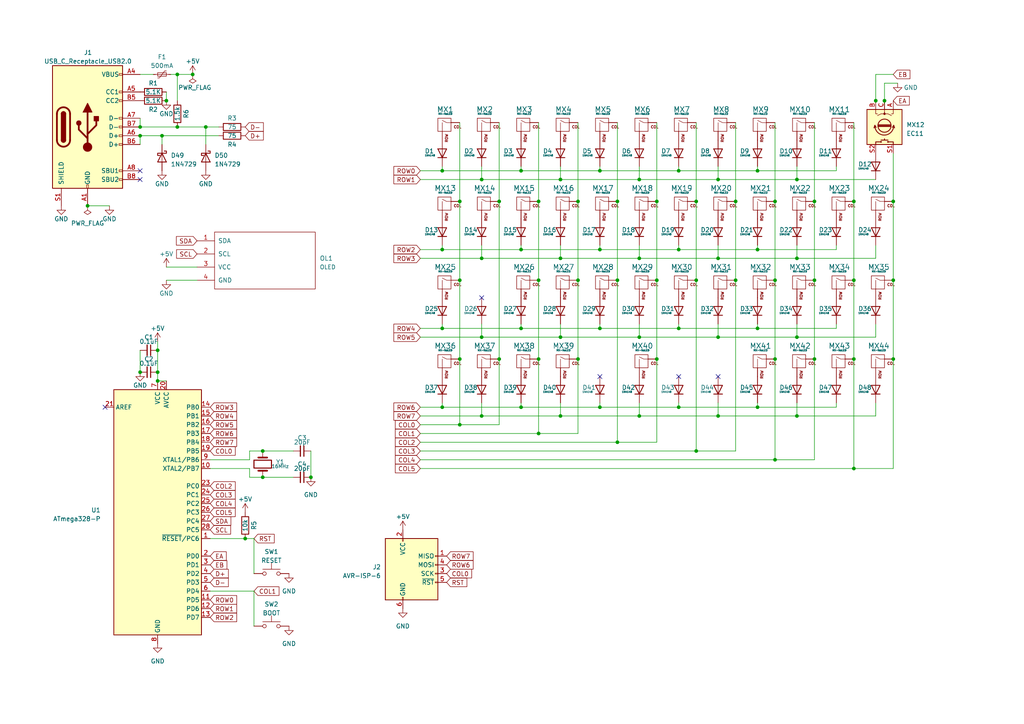
<source format=kicad_sch>
(kicad_sch (version 20211123) (generator eeschema)
  (paper "A4")
  (title_block (title "0xCB - STATIC") (date "2021-05-11") (rev "1.0") (company "0xCB") (comment 1 "Conor Burns"))
  (junction (at 156.21 125.73) (diameter 0.9144))
  (junction (at 173.99 72.39) (diameter 0.9144))
  (junction (at 185.42 52.07) (diameter 0.9144))
  (junction (at 162.56 120.65) (diameter 0.9144))
  (junction (at 208.28 97.79) (diameter 0.9144))
  (junction (at 133.35 58.42) (diameter 0.9144))
  (junction (at 167.64 58.42) (diameter 0.9144))
  (junction (at 224.79 81.28) (diameter 0.9144))
  (junction (at 45.72 101.6) (diameter 0.9144))
  (junction (at 59.69 36.83) (diameter 0.9144))
  (junction (at 133.35 81.28) (diameter 0.9144))
  (junction (at 190.5 81.28) (diameter 0.9144))
  (junction (at 236.22 104.14) (diameter 0.9144))
  (junction (at 133.35 104.14) (diameter 0.9144))
  (junction (at 162.56 52.07) (diameter 0.9144))
  (junction (at 144.78 104.14) (diameter 0.9144))
  (junction (at 247.65 135.89) (diameter 0.9144))
  (junction (at 259.08 81.28) (diameter 0.9144))
  (junction (at 167.64 81.28) (diameter 0.9144))
  (junction (at 76.2 130.81) (diameter 0.9144))
  (junction (at 185.42 97.79) (diameter 0.9144))
  (junction (at 219.71 72.39) (diameter 0.9144))
  (junction (at 151.13 118.11) (diameter 0.9144))
  (junction (at 196.85 72.39) (diameter 0.9144))
  (junction (at 259.08 58.42) (diameter 0.9144))
  (junction (at 196.85 49.53) (diameter 0.9144))
  (junction (at 173.99 49.53) (diameter 0.9144))
  (junction (at 71.12 156.21) (diameter 0.9144))
  (junction (at 139.7 120.65) (diameter 0.9144))
  (junction (at 219.71 49.53) (diameter 0.9144))
  (junction (at 128.27 49.53) (diameter 0.9144))
  (junction (at 144.78 58.42) (diameter 0.9144))
  (junction (at 259.08 104.14) (diameter 0.9144))
  (junction (at 179.07 58.42) (diameter 0.9144))
  (junction (at 190.5 104.14) (diameter 0.9144))
  (junction (at 201.93 81.28) (diameter 0.9144))
  (junction (at 40.64 36.83) (diameter 0.9144))
  (junction (at 156.21 58.42) (diameter 0.9144))
  (junction (at 173.99 118.11) (diameter 0.9144))
  (junction (at 213.36 58.42) (diameter 0.9144))
  (junction (at 76.2 138.43) (diameter 0.9144))
  (junction (at 151.13 49.53) (diameter 0.9144))
  (junction (at 128.27 95.25) (diameter 0.9144))
  (junction (at 256.54 29.21) (diameter 0.9144))
  (junction (at 40.64 107.95) (diameter 0.9144))
  (junction (at 46.99 39.37) (diameter 0.9144))
  (junction (at 236.22 81.28) (diameter 0.9144))
  (junction (at 139.7 74.93) (diameter 0.9144))
  (junction (at 247.65 58.42) (diameter 0.9144))
  (junction (at 201.93 130.81) (diameter 0.9144))
  (junction (at 208.28 74.93) (diameter 0.9144))
  (junction (at 196.85 118.11) (diameter 0.9144))
  (junction (at 224.79 104.14) (diameter 0.9144))
  (junction (at 231.14 52.07) (diameter 0.9144))
  (junction (at 167.64 104.14) (diameter 0.9144))
  (junction (at 139.7 97.79) (diameter 0.9144))
  (junction (at 185.42 74.93) (diameter 0.9144))
  (junction (at 254 29.21) (diameter 0.9144))
  (junction (at 156.21 81.28) (diameter 0.9144))
  (junction (at 247.65 104.14) (diameter 0.9144))
  (junction (at 201.93 58.42) (diameter 0.9144))
  (junction (at 173.99 95.25) (diameter 0.9144))
  (junction (at 219.71 118.11) (diameter 0.9144))
  (junction (at 139.7 52.07) (diameter 0.9144))
  (junction (at 179.07 128.27) (diameter 0.9144))
  (junction (at 51.435 36.83) (diameter 0.9144))
  (junction (at 231.14 120.65) (diameter 0.9144))
  (junction (at 208.28 52.07) (diameter 0.9144))
  (junction (at 236.22 58.42) (diameter 0.9144))
  (junction (at 162.56 74.93) (diameter 0.9144))
  (junction (at 151.13 72.39) (diameter 0.9144))
  (junction (at 40.64 39.37) (diameter 0.9144))
  (junction (at 128.27 72.39) (diameter 0.9144))
  (junction (at 219.71 95.25) (diameter 0.9144))
  (junction (at 213.36 81.28) (diameter 0.9144))
  (junction (at 133.35 123.19) (diameter 0.9144))
  (junction (at 208.28 120.65) (diameter 0.9144))
  (junction (at 179.07 81.28) (diameter 0.9144))
  (junction (at 90.17 138.43) (diameter 0.9144))
  (junction (at 51.435 21.59) (diameter 0.9144))
  (junction (at 151.13 95.25) (diameter 0.9144))
  (junction (at 185.42 120.65) (diameter 0.9144))
  (junction (at 247.65 81.28) (diameter 0.9144))
  (junction (at 231.14 97.79) (diameter 0.9144))
  (junction (at 45.72 107.95) (diameter 0.9144))
  (junction (at 231.14 74.93) (diameter 0.9144))
  (junction (at 224.79 58.42) (diameter 0.9144))
  (junction (at 128.27 118.11) (diameter 0.9144))
  (junction (at 156.21 104.14) (diameter 0.9144))
  (junction (at 45.72 110.49) (diameter 0.9144))
  (junction (at 224.79 133.35) (diameter 0.9144))
  (junction (at 48.26 29.21) (diameter 0.9144))
  (junction (at 190.5 58.42) (diameter 0.9144))
  (junction (at 55.88 21.59) (diameter 0.9144))
  (junction (at 25.4 59.69) (diameter 0.9144))
  (junction (at 162.56 97.79) (diameter 0.9144))
  (junction (at 196.85 95.25) (diameter 0.9144))
  (no_connect (at 40.64 49.53))
  (no_connect (at 40.64 52.07))
  (no_connect (at 30.48 118.11))
  (no_connect (at 139.7 86.36))
  (no_connect (at 173.99 109.22))
  (no_connect (at 196.85 109.22))
  (no_connect (at 208.28 109.22))
  (wire (pts (xy 185.42 116.84) (xy 185.42 120.65)))
  (wire (pts (xy 162.56 48.26) (xy 162.56 52.07)))
  (wire (pts (xy 254 21.59) (xy 254 29.21)))
  (wire (pts (xy 254 21.59) (xy 259.08 21.59)))
  (wire (pts (xy 121.92 130.81) (xy 201.93 130.81)))
  (wire (pts (xy 139.7 71.12) (xy 139.7 74.93)))
  (wire (pts (xy 121.92 52.07) (xy 139.7 52.07)))
  (wire (pts (xy 139.7 52.07) (xy 162.56 52.07)))
  (wire (pts (xy 162.56 52.07) (xy 185.42 52.07)))
  (wire (pts (xy 185.42 52.07) (xy 208.28 52.07)))
  (wire (pts (xy 208.28 52.07) (xy 231.14 52.07)))
  (wire (pts (xy 231.14 52.07) (xy 254 52.07)))
  (wire (pts (xy 162.56 116.84) (xy 162.56 120.65)))
  (wire (pts (xy 76.2 138.43) (xy 85.09 138.43)))
  (wire (pts (xy 90.17 130.81) (xy 90.17 138.43)))
  (wire (pts (xy 173.99 71.12) (xy 173.99 72.39)))
  (wire (pts (xy 151.13 48.26) (xy 151.13 49.53)))
  (wire (pts (xy 128.27 48.26) (xy 128.27 49.53)))
  (wire (pts (xy 121.92 135.89) (xy 247.65 135.89)))
  (wire (pts (xy 185.42 71.12) (xy 185.42 74.93)))
  (wire (pts (xy 254 30.48) (xy 254 29.21)))
  (wire (pts (xy 59.69 36.83) (xy 59.69 41.91)))
  (wire (pts (xy 208.28 48.26) (xy 208.28 52.07)))
  (wire (pts (xy 201.93 35.56) (xy 201.93 58.42)))
  (wire (pts (xy 201.93 58.42) (xy 201.93 81.28)))
  (wire (pts (xy 201.93 81.28) (xy 201.93 130.81)))
  (wire (pts (xy 201.93 130.81) (xy 213.36 130.81)))
  (wire (pts (xy 213.36 35.56) (xy 213.36 58.42)))
  (wire (pts (xy 213.36 58.42) (xy 213.36 81.28)))
  (wire (pts (xy 213.36 81.28) (xy 213.36 130.81)))
  (wire (pts (xy 256.54 24.13) (xy 260.35 24.13)))
  (wire (pts (xy 256.54 29.21) (xy 256.54 24.13)))
  (wire (pts (xy 256.54 30.48) (xy 256.54 29.21)))
  (wire (pts (xy 224.79 35.56) (xy 224.79 58.42)))
  (wire (pts (xy 224.79 58.42) (xy 224.79 81.28)))
  (wire (pts (xy 224.79 81.28) (xy 224.79 104.14)))
  (wire (pts (xy 224.79 104.14) (xy 224.79 133.35)))
  (wire (pts (xy 224.79 133.35) (xy 236.22 133.35)))
  (wire (pts (xy 236.22 35.56) (xy 236.22 58.42)))
  (wire (pts (xy 236.22 58.42) (xy 236.22 81.28)))
  (wire (pts (xy 236.22 81.28) (xy 236.22 104.14)))
  (wire (pts (xy 236.22 104.14) (xy 236.22 133.35)))
  (wire (pts (xy 121.92 133.35) (xy 224.79 133.35)))
  (wire (pts (xy 40.64 101.6) (xy 40.64 107.95)))
  (wire (pts (xy 76.2 130.81) (xy 85.09 130.81)))
  (wire (pts (xy 128.27 116.84) (xy 128.27 118.11)))
  (wire (pts (xy 60.96 135.89) (xy 72.39 135.89)))
  (wire (pts (xy 72.39 135.89) (xy 72.39 138.43)))
  (wire (pts (xy 72.39 138.43) (xy 76.2 138.43)))
  (wire (pts (xy 173.99 116.84) (xy 173.99 118.11)))
  (wire (pts (xy 121.92 72.39) (xy 128.27 72.39)))
  (wire (pts (xy 128.27 72.39) (xy 151.13 72.39)))
  (wire (pts (xy 151.13 72.39) (xy 173.99 72.39)))
  (wire (pts (xy 173.99 72.39) (xy 196.85 72.39)))
  (wire (pts (xy 196.85 72.39) (xy 219.71 72.39)))
  (wire (pts (xy 219.71 72.39) (xy 242.57 72.39)))
  (wire (pts (xy 242.57 71.12) (xy 242.57 72.39)))
  (wire (pts (xy 231.14 116.84) (xy 231.14 120.65)))
  (wire (pts (xy 133.35 35.56) (xy 133.35 58.42)))
  (wire (pts (xy 133.35 58.42) (xy 133.35 81.28)))
  (wire (pts (xy 133.35 81.28) (xy 133.35 104.14)))
  (wire (pts (xy 133.35 104.14) (xy 133.35 123.19)))
  (wire (pts (xy 133.35 123.19) (xy 144.78 123.19)))
  (wire (pts (xy 144.78 35.56) (xy 144.78 58.42)))
  (wire (pts (xy 144.78 58.42) (xy 144.78 104.14)))
  (wire (pts (xy 144.78 104.14) (xy 144.78 123.19)))
  (wire (pts (xy 231.14 93.98) (xy 231.14 97.79)))
  (wire (pts (xy 139.7 93.98) (xy 139.7 97.79)))
  (wire (pts (xy 60.96 171.45) (xy 73.66 171.45)))
  (wire (pts (xy 196.85 48.26) (xy 196.85 49.53)))
  (wire (pts (xy 40.64 39.37) (xy 46.99 39.37)))
  (wire (pts (xy 46.99 39.37) (xy 63.5 39.37)))
  (wire (pts (xy 185.42 93.98) (xy 185.42 97.79)))
  (wire (pts (xy 121.92 49.53) (xy 128.27 49.53)))
  (wire (pts (xy 128.27 49.53) (xy 151.13 49.53)))
  (wire (pts (xy 151.13 49.53) (xy 173.99 49.53)))
  (wire (pts (xy 173.99 49.53) (xy 196.85 49.53)))
  (wire (pts (xy 196.85 49.53) (xy 219.71 49.53)))
  (wire (pts (xy 219.71 49.53) (xy 242.57 49.53)))
  (wire (pts (xy 242.57 48.26) (xy 242.57 49.53)))
  (wire (pts (xy 219.71 71.12) (xy 219.71 72.39)))
  (wire (pts (xy 51.435 21.59) (xy 51.435 29.21)))
  (wire (pts (xy 40.64 39.37) (xy 40.64 41.91)))
  (wire (pts (xy 46.99 39.37) (xy 46.99 41.91)))
  (wire (pts (xy 156.21 35.56) (xy 156.21 58.42)))
  (wire (pts (xy 156.21 58.42) (xy 156.21 81.28)))
  (wire (pts (xy 156.21 81.28) (xy 156.21 104.14)))
  (wire (pts (xy 156.21 104.14) (xy 156.21 125.73)))
  (wire (pts (xy 156.21 125.73) (xy 167.64 125.73)))
  (wire (pts (xy 167.64 35.56) (xy 167.64 58.42)))
  (wire (pts (xy 167.64 58.42) (xy 167.64 81.28)))
  (wire (pts (xy 167.64 81.28) (xy 167.64 104.14)))
  (wire (pts (xy 167.64 104.14) (xy 167.64 125.73)))
  (wire (pts (xy 73.66 171.45) (xy 73.66 181.61)))
  (wire (pts (xy 247.65 35.56) (xy 247.65 58.42)))
  (wire (pts (xy 247.65 58.42) (xy 247.65 81.28)))
  (wire (pts (xy 247.65 81.28) (xy 247.65 104.14)))
  (wire (pts (xy 247.65 104.14) (xy 247.65 135.89)))
  (wire (pts (xy 247.65 135.89) (xy 259.08 135.89)))
  (wire (pts (xy 259.08 58.42) (xy 259.08 44.45)))
  (wire (pts (xy 259.08 81.28) (xy 259.08 58.42)))
  (wire (pts (xy 259.08 104.14) (xy 259.08 81.28)))
  (wire (pts (xy 259.08 135.89) (xy 259.08 104.14)))
  (wire (pts (xy 121.92 128.27) (xy 179.07 128.27)))
  (wire (pts (xy 139.7 48.26) (xy 139.7 52.07)))
  (wire (pts (xy 128.27 71.12) (xy 128.27 72.39)))
  (wire (pts (xy 48.26 81.28) (xy 57.15 81.28)))
  (wire (pts (xy 219.71 116.84) (xy 219.71 118.11)))
  (wire (pts (xy 208.28 116.84) (xy 208.28 120.65)))
  (wire (pts (xy 121.92 120.65) (xy 139.7 120.65)))
  (wire (pts (xy 139.7 120.65) (xy 162.56 120.65)))
  (wire (pts (xy 162.56 120.65) (xy 185.42 120.65)))
  (wire (pts (xy 185.42 120.65) (xy 208.28 120.65)))
  (wire (pts (xy 208.28 120.65) (xy 231.14 120.65)))
  (wire (pts (xy 231.14 120.65) (xy 254 120.65)))
  (wire (pts (xy 254 116.84) (xy 254 120.65)))
  (wire (pts (xy 185.42 48.26) (xy 185.42 52.07)))
  (wire (pts (xy 121.92 125.73) (xy 156.21 125.73)))
  (wire (pts (xy 48.26 26.67) (xy 48.26 29.21)))
  (wire (pts (xy 128.27 93.98) (xy 128.27 95.25)))
  (wire (pts (xy 121.92 74.93) (xy 139.7 74.93)))
  (wire (pts (xy 139.7 74.93) (xy 162.56 74.93)))
  (wire (pts (xy 162.56 74.93) (xy 185.42 74.93)))
  (wire (pts (xy 185.42 74.93) (xy 208.28 74.93)))
  (wire (pts (xy 208.28 74.93) (xy 231.14 74.93)))
  (wire (pts (xy 231.14 74.93) (xy 254 74.93)))
  (wire (pts (xy 254 71.12) (xy 254 74.93)))
  (wire (pts (xy 139.7 116.84) (xy 139.7 120.65)))
  (wire (pts (xy 60.96 133.35) (xy 72.39 133.35)))
  (wire (pts (xy 72.39 130.81) (xy 76.2 130.81)))
  (wire (pts (xy 72.39 133.35) (xy 72.39 130.81)))
  (wire (pts (xy 121.92 97.79) (xy 139.7 97.79)))
  (wire (pts (xy 139.7 97.79) (xy 162.56 97.79)))
  (wire (pts (xy 162.56 97.79) (xy 185.42 97.79)))
  (wire (pts (xy 185.42 97.79) (xy 208.28 97.79)))
  (wire (pts (xy 208.28 97.79) (xy 231.14 97.79)))
  (wire (pts (xy 231.14 97.79) (xy 254 97.79)))
  (wire (pts (xy 254 93.98) (xy 254 97.79)))
  (wire (pts (xy 162.56 71.12) (xy 162.56 74.93)))
  (wire (pts (xy 196.85 93.98) (xy 196.85 95.25)))
  (wire (pts (xy 231.14 71.12) (xy 231.14 74.93)))
  (wire (pts (xy 48.26 77.47) (xy 57.15 77.47)))
  (wire (pts (xy 208.28 93.98) (xy 208.28 97.79)))
  (wire (pts (xy 60.96 156.21) (xy 71.12 156.21)))
  (wire (pts (xy 73.66 156.21) (xy 73.66 166.37)))
  (wire (pts (xy 231.14 48.26) (xy 231.14 52.07)))
  (wire (pts (xy 151.13 71.12) (xy 151.13 72.39)))
  (wire (pts (xy 196.85 71.12) (xy 196.85 72.39)))
  (wire (pts (xy 45.72 99.06) (xy 45.72 101.6)))
  (wire (pts (xy 45.72 107.95) (xy 45.72 101.6)))
  (wire (pts (xy 45.72 110.49) (xy 45.72 107.95)))
  (wire (pts (xy 48.26 110.49) (xy 45.72 110.49)))
  (wire (pts (xy 73.66 156.21) (xy 71.12 156.21)))
  (wire (pts (xy 121.92 95.25) (xy 128.27 95.25)))
  (wire (pts (xy 128.27 95.25) (xy 151.13 95.25)))
  (wire (pts (xy 151.13 95.25) (xy 173.99 95.25)))
  (wire (pts (xy 173.99 95.25) (xy 196.85 95.25)))
  (wire (pts (xy 196.85 95.25) (xy 219.71 95.25)))
  (wire (pts (xy 219.71 95.25) (xy 242.57 95.25)))
  (wire (pts (xy 242.57 93.98) (xy 242.57 95.25)))
  (wire (pts (xy 208.28 71.12) (xy 208.28 74.93)))
  (wire (pts (xy 44.45 21.59) (xy 40.64 21.59)))
  (wire (pts (xy 219.71 48.26) (xy 219.71 49.53)))
  (wire (pts (xy 162.56 93.98) (xy 162.56 97.79)))
  (wire (pts (xy 151.13 93.98) (xy 151.13 95.25)))
  (wire (pts (xy 151.13 116.84) (xy 151.13 118.11)))
  (wire (pts (xy 173.99 93.98) (xy 173.99 95.25)))
  (wire (pts (xy 219.71 93.98) (xy 219.71 95.25)))
  (wire (pts (xy 196.85 116.84) (xy 196.85 118.11)))
  (wire (pts (xy 121.92 123.19) (xy 133.35 123.19)))
  (wire (pts (xy 179.07 35.56) (xy 179.07 58.42)))
  (wire (pts (xy 179.07 58.42) (xy 179.07 81.28)))
  (wire (pts (xy 179.07 81.28) (xy 179.07 128.27)))
  (wire (pts (xy 179.07 128.27) (xy 190.5 128.27)))
  (wire (pts (xy 190.5 35.56) (xy 190.5 58.42)))
  (wire (pts (xy 190.5 58.42) (xy 190.5 81.28)))
  (wire (pts (xy 190.5 81.28) (xy 190.5 104.14)))
  (wire (pts (xy 190.5 104.14) (xy 190.5 128.27)))
  (wire (pts (xy 40.64 36.83) (xy 51.435 36.83)))
  (wire (pts (xy 51.435 36.83) (xy 59.69 36.83)))
  (wire (pts (xy 59.69 36.83) (xy 63.5 36.83)))
  (wire (pts (xy 121.92 118.11) (xy 128.27 118.11)))
  (wire (pts (xy 128.27 118.11) (xy 151.13 118.11)))
  (wire (pts (xy 151.13 118.11) (xy 173.99 118.11)))
  (wire (pts (xy 173.99 118.11) (xy 196.85 118.11)))
  (wire (pts (xy 196.85 118.11) (xy 219.71 118.11)))
  (wire (pts (xy 219.71 118.11) (xy 242.57 118.11)))
  (wire (pts (xy 242.57 116.84) (xy 242.57 118.11)))
  (wire (pts (xy 173.99 48.26) (xy 173.99 49.53)))
  (wire (pts (xy 31.75 59.69) (xy 25.4 59.69)))
  (wire (pts (xy 49.53 21.59) (xy 51.435 21.59)))
  (wire (pts (xy 51.435 21.59) (xy 55.88 21.59)))
  (wire (pts (xy 40.64 34.29) (xy 40.64 36.83)))
  (global_label "COL3" (shape input) (at 121.92 130.81 180) (property "Intersheet References" "${INTERSHEET_REFS}" (effects hide)))
  (global_label "SDA" (shape input) (at 57.15 69.85 180) (property "Intersheet References" "${INTERSHEET_REFS}" (effects hide)))
  (global_label "COL0" (shape input) (at 60.96 130.81 0) (property "Intersheet References" "${INTERSHEET_REFS}" (effects hide)))
  (global_label "COL5" (shape input) (at 121.92 135.89 180) (property "Intersheet References" "${INTERSHEET_REFS}" (effects hide)))
  (global_label "EA" (shape input) (at 259.08 29.21 0) (property "Intersheet References" "${INTERSHEET_REFS}" (effects hide)))
  (global_label "ROW0" (shape input) (at 121.92 49.53 180) (property "Intersheet References" "${INTERSHEET_REFS}" (effects hide)))
  (global_label "COL4" (shape input) (at 60.96 146.05 0) (property "Intersheet References" "${INTERSHEET_REFS}" (effects hide)))
  (global_label "COL5" (shape input) (at 60.96 148.59 0) (property "Intersheet References" "${INTERSHEET_REFS}" (effects hide)))
  (global_label "ROW7" (shape input) (at 60.96 128.27 0) (property "Intersheet References" "${INTERSHEET_REFS}" (effects hide)))
  (global_label "COL2" (shape input) (at 60.96 140.97 0) (property "Intersheet References" "${INTERSHEET_REFS}" (effects hide)))
  (global_label "ROW3" (shape input) (at 60.96 118.11 0) (property "Intersheet References" "${INTERSHEET_REFS}" (effects hide)))
  (global_label "EB" (shape input) (at 259.08 21.59 0) (property "Intersheet References" "${INTERSHEET_REFS}" (effects hide)))
  (global_label "ROW6" (shape input) (at 129.54 163.83 0) (property "Intersheet References" "${INTERSHEET_REFS}" (effects hide)))
  (global_label "D+" (shape input) (at 60.96 166.37 0) (property "Intersheet References" "${INTERSHEET_REFS}" (effects hide)))
  (global_label "COL2" (shape input) (at 121.92 128.27 180) (property "Intersheet References" "${INTERSHEET_REFS}" (effects hide)))
  (global_label "EA" (shape input) (at 60.96 161.29 0) (property "Intersheet References" "${INTERSHEET_REFS}" (effects hide)))
  (global_label "COL0" (shape input) (at 121.92 123.19 180) (property "Intersheet References" "${INTERSHEET_REFS}" (effects hide)))
  (global_label "ROW0" (shape input) (at 60.96 173.99 0) (property "Intersheet References" "${INTERSHEET_REFS}" (effects hide)))
  (global_label "D-" (shape input) (at 60.96 168.91 0) (property "Intersheet References" "${INTERSHEET_REFS}" (effects hide)))
  (global_label "ROW2" (shape input) (at 121.92 72.39 180) (property "Intersheet References" "${INTERSHEET_REFS}" (effects hide)))
  (global_label "ROW7" (shape input) (at 129.54 161.29 0) (property "Intersheet References" "${INTERSHEET_REFS}" (effects hide)))
  (global_label "COL0" (shape input) (at 129.54 166.37 0) (property "Intersheet References" "${INTERSHEET_REFS}" (effects hide)))
  (global_label "SCL" (shape input) (at 60.96 153.67 0) (property "Intersheet References" "${INTERSHEET_REFS}" (effects hide)))
  (global_label "ROW5" (shape input) (at 121.92 97.79 180) (property "Intersheet References" "${INTERSHEET_REFS}" (effects hide)))
  (global_label "ROW3" (shape input) (at 121.92 74.93 180) (property "Intersheet References" "${INTERSHEET_REFS}" (effects hide)))
  (global_label "ROW4" (shape input) (at 60.96 120.65 0) (property "Intersheet References" "${INTERSHEET_REFS}" (effects hide)))
  (global_label "COL1" (shape input) (at 121.92 125.73 180) (property "Intersheet References" "${INTERSHEET_REFS}" (effects hide)))
  (global_label "ROW4" (shape input) (at 121.92 95.25 180) (property "Intersheet References" "${INTERSHEET_REFS}" (effects hide)))
  (global_label "ROW7" (shape input) (at 121.92 120.65 180) (property "Intersheet References" "${INTERSHEET_REFS}" (effects hide)))
  (global_label "SCL" (shape input) (at 57.15 73.66 180) (property "Intersheet References" "${INTERSHEET_REFS}" (effects hide)))
  (global_label "SDA" (shape input) (at 60.96 151.13 0) (property "Intersheet References" "${INTERSHEET_REFS}" (effects hide)))
  (global_label "ROW5" (shape input) (at 60.96 123.19 0) (property "Intersheet References" "${INTERSHEET_REFS}" (effects hide)))
  (global_label "RST" (shape input) (at 73.66 156.21 0) (property "Intersheet References" "${INTERSHEET_REFS}" (effects hide)))
  (global_label "EB" (shape input) (at 60.96 163.83 0) (property "Intersheet References" "${INTERSHEET_REFS}" (effects hide)))
  (global_label "ROW1" (shape input) (at 60.96 176.53 0) (property "Intersheet References" "${INTERSHEET_REFS}" (effects hide)))
  (global_label "COL1" (shape input) (at 73.66 171.45 0) (property "Intersheet References" "${INTERSHEET_REFS}" (effects hide)))
  (global_label "COL3" (shape input) (at 60.96 143.51 0) (property "Intersheet References" "${INTERSHEET_REFS}" (effects hide)))
  (global_label "D-" (shape input) (at 71.12 36.83 0) (property "Intersheet References" "${INTERSHEET_REFS}" (effects hide)))
  (global_label "ROW6" (shape input) (at 121.92 118.11 180) (property "Intersheet References" "${INTERSHEET_REFS}" (effects hide)))
  (global_label "D+" (shape input) (at 71.12 39.37 0) (property "Intersheet References" "${INTERSHEET_REFS}" (effects hide)))
  (global_label "ROW2" (shape input) (at 60.96 179.07 0) (property "Intersheet References" "${INTERSHEET_REFS}" (effects hide)))
  (global_label "RST" (shape input) (at 129.54 168.91 0) (property "Intersheet References" "${INTERSHEET_REFS}" (effects hide)))
  (global_label "COL4" (shape input) (at 121.92 133.35 180) (property "Intersheet References" "${INTERSHEET_REFS}" (effects hide)))
  (global_label "ROW6" (shape input) (at 60.96 125.73 0) (property "Intersheet References" "${INTERSHEET_REFS}" (effects hide)))
  (global_label "ROW1" (shape input) (at 121.92 52.07 180) (property "Intersheet References" "${INTERSHEET_REFS}" (effects hide)))
  (symbol (lib_id "static:MX-NoLED") (at 152.4 82.55 0) (unit 1)
    (property "Reference" "MX26" (at 152.0155 77.47 0) (effects (font (size 1.524 1.524))))
    (property "Value" "MX-NoLED" (at 152.0155 78.74 0) (effects (font (size 0.508 0.508))))
    (property "Footprint" "MX_Only:MXOnly-1U-NoLED" (effects hide))
    (property "Part Nb." "amz" (effects hide))
  )
  (symbol (lib_id "static:MX-NoLED") (at 163.83 59.69 0) (unit 1)
    (property "Reference" "MX16" (at 163.4455 54.61 0) (effects (font (size 1.524 1.524))))
    (property "Value" "MX-NoLED" (at 163.4455 55.88 0) (effects (font (size 0.508 0.508))))
    (property "Footprint" "MX_Only:MXOnly-1U-NoLED" (effects hide))
    (property "Part Nb." "amz" (effects hide))
  )
  (symbol (lib_id "power:+5V") (at 45.72 99.06 0) (unit 1)
    (property "Reference" "#PWR0113" (effects hide))
    (property "Value" "+5V" (at 45.72 95.25 0))
  )
  (symbol (lib_id "Diode:1N4148") (at 151.13 44.45 90) (unit 1)
    (property "Reference" "D3" (at 146.05 43.8149 90) (effects (justify right)))
    (property "Value" "1N4148" (at 146.05 45.0849 90) (effects (font (size 0.5 0.5)) (justify right)))
    (property "Footprint" "Diode_THT:D_DO-35_SOD27_P12.70mm_Horizontal" (effects hide))
    (property "Datasheet" "https://assets.nexperia.com/documents/data-sheet/1N4148_1N4448.pdf" (effects hide))
    (property "Part Nb." "C14538" (effects hide))
  )
  (symbol (lib_id "static:MX-NoLED") (at 140.97 105.41 0) (unit 1)
    (property "Reference" "MX37" (at 140.5855 100.33 0) (effects (font (size 1.524 1.524))))
    (property "Value" "MX-NoLED" (at 140.5855 101.6 0) (effects (font (size 0.508 0.508))))
    (property "Footprint" "MX_Only:MXOnly-1U-NoLED" (effects hide))
    (property "Part Nb." "amz" (effects hide))
  )
  (symbol (lib_id "Diode:1N4148") (at 128.27 90.17 90) (unit 1)
    (property "Reference" "D25" (at 123.19 89.5349 90) (effects (justify right)))
    (property "Value" "1N4148" (at 123.19 90.8049 90) (effects (font (size 0.5 0.5)) (justify right)))
    (property "Footprint" "Diode_THT:D_DO-35_SOD27_P12.70mm_Horizontal" (effects hide))
    (property "Datasheet" "https://assets.nexperia.com/documents/data-sheet/1N4148_1N4448.pdf" (effects hide))
    (property "Part Nb." "C14538" (effects hide))
  )
  (symbol (lib_id "MCU_Microchip_ATmega:ATmega328-P") (at 45.72 148.59 0) (unit 1)
    (property "Reference" "U1" (at 29.21 147.9549 0) (effects (justify right)))
    (property "Value" "ATmega328-P" (at 29.21 150.4949 0) (effects (justify right)))
    (property "Footprint" "Package_DIP:DIP-28_W7.62mm" (effects hide))
    (property "Datasheet" "http://ww1.microchip.com/downloads/en/DeviceDoc/ATmega328_P%20AVR%20MCU%20with%20picoPower%20Technology%20Data%20Sheet%2040001984A.pdf" (effects hide))
    (property "Part Nb." "C613508" (effects hide))
  )
  (symbol (lib_id "static:MX-NoLED") (at 186.69 59.69 0) (unit 1)
    (property "Reference" "MX18" (at 186.3055 54.61 0) (effects (font (size 1.524 1.524))))
    (property "Value" "MX-NoLED" (at 186.3055 55.88 0) (effects (font (size 0.508 0.508))))
    (property "Footprint" "MX_Only:MXOnly-1U-NoLED" (effects hide))
    (property "Part Nb." "amz" (effects hide))
  )
  (symbol (lib_id "power:GND") (at 83.82 181.61 0) (unit 1)
    (property "Reference" "#PWR0103" (effects hide))
    (property "Value" "GND" (at 83.82 186.69 0))
  )
  (symbol (lib_id "Diode:1N4148") (at 173.99 67.31 90) (unit 1)
    (property "Reference" "D17" (at 168.91 66.6749 90) (effects (justify right)))
    (property "Value" "1N4148" (at 168.91 67.9449 90) (effects (font (size 0.5 0.5)) (justify right)))
    (property "Footprint" "Diode_THT:D_DO-35_SOD27_P12.70mm_Horizontal" (effects hide))
    (property "Datasheet" "https://assets.nexperia.com/documents/data-sheet/1N4148_1N4448.pdf" (effects hide))
    (property "Part Nb." "C14538" (effects hide))
  )
  (symbol (lib_id "Diode:1N4148") (at 128.27 67.31 90) (unit 1)
    (property "Reference" "D13" (at 123.19 66.6749 90) (effects (justify right)))
    (property "Value" "1N4148" (at 123.19 67.9449 90) (effects (font (size 0.5 0.5)) (justify right)))
    (property "Footprint" "Diode_THT:D_DO-35_SOD27_P12.70mm_Horizontal" (effects hide))
    (property "Datasheet" "https://assets.nexperia.com/documents/data-sheet/1N4148_1N4448.pdf" (effects hide))
    (property "Part Nb." "C14538" (effects hide))
  )
  (symbol (lib_id "static:MX-NoLED") (at 209.55 36.83 0) (unit 1)
    (property "Reference" "MX8" (at 209.1655 31.75 0) (effects (font (size 1.524 1.524))))
    (property "Value" "MX-NoLED" (at 209.1655 33.02 0) (effects (font (size 0.508 0.508))))
    (property "Footprint" "MX_Only:MXOnly-1U-NoLED" (effects hide))
    (property "Part Nb." "amz" (effects hide))
  )
  (symbol (lib_id "Diode:1N4148") (at 139.7 90.17 90) (unit 1)
    (property "Reference" "D26" (at 134.62 89.5349 90) (effects (justify right)))
    (property "Value" "1N4148" (at 134.62 90.8049 90) (effects (font (size 0.5 0.5)) (justify right)))
    (property "Footprint" "Diode_THT:D_DO-35_SOD27_P12.70mm_Horizontal" (effects hide))
    (property "Datasheet" "https://assets.nexperia.com/documents/data-sheet/1N4148_1N4448.pdf" (effects hide))
    (property "Part Nb." "C14538" (effects hide))
  )
  (symbol (lib_id "static:MX-NoLED") (at 129.54 105.41 0) (unit 1)
    (property "Reference" "MX36" (at 129.1555 100.33 0) (effects (font (size 1.524 1.524))))
    (property "Value" "MX-NoLED" (at 129.1555 101.6 0) (effects (font (size 0.508 0.508))))
    (property "Footprint" "MX_Only:MXOnly-1U-NoLED" (effects hide))
    (property "Part Nb." "amz" (effects hide))
  )
  (symbol (lib_id "Device:C_Small") (at 43.18 101.6 270) (unit 1)
    (property "Reference" "C1" (at 43.18 97.79 90))
    (property "Value" "0.1uF" (at 43.18 99.06 90))
    (property "Footprint" "Capacitor_THT:C_Disc_D5.0mm_W2.5mm_P5.00mm" (effects hide))
    (property "Part Nb." "C277965" (effects hide))
  )
  (symbol (lib_id "static:MX-NoLED") (at 255.27 105.41 0) (unit 1)
    (property "Reference" "MX44" (at 254.8855 100.33 0) (effects (font (size 1.524 1.524))))
    (property "Value" "MX-NoLED" (at 254.8855 101.6 0) (effects (font (size 0.508 0.508))))
    (property "Footprint" "MX_Only:MXOnly-1U-NoLED" (effects hide))
    (property "Part Nb." "amz" (effects hide))
  )
  (symbol (lib_id "Device:R") (at 44.45 26.67 270) (unit 1)
    (property "Reference" "R1" (at 44.45 24.13 90))
    (property "Value" "5.1K" (at 44.45 26.67 90))
    (property "Footprint" "Resistor_THT:R_Axial_DIN0204_L3.6mm_D1.6mm_P5.08mm_Horizontal" (effects hide))
    (property "Part Nb." "C58676" (effects hide))
  )
  (symbol (lib_id "static:MX-NoLED") (at 163.83 82.55 0) (unit 1)
    (property "Reference" "MX27" (at 163.4455 77.47 0) (effects (font (size 1.524 1.524))))
    (property "Value" "MX-NoLED" (at 163.4455 78.74 0) (effects (font (size 0.508 0.508))))
    (property "Footprint" "MX_Only:MXOnly-1U-NoLED" (effects hide))
    (property "Part Nb." "amz" (effects hide))
  )
  (symbol (lib_id "static:MX-NoLED") (at 175.26 82.55 0) (unit 1)
    (property "Reference" "MX28" (at 174.8755 77.47 0) (effects (font (size 1.524 1.524))))
    (property "Value" "MX-NoLED" (at 174.8755 78.74 0) (effects (font (size 0.508 0.508))))
    (property "Footprint" "MX_Only:MXOnly-1U-NoLED" (effects hide))
    (property "Part Nb." "amz" (effects hide))
  )
  (symbol (lib_id "static:MX-NoLED") (at 163.83 105.41 0) (unit 1)
    (property "Reference" "MX39" (at 163.4455 100.33 0) (effects (font (size 1.524 1.524))))
    (property "Value" "MX-NoLED" (at 163.4455 101.6 0) (effects (font (size 0.508 0.508))))
    (property "Footprint" "MX_Only:MXOnly-2.75U-NoLED" (effects hide))
    (property "Part Nb." "amz" (effects hide))
  )
  (symbol (lib_id "Diode:1N4148") (at 185.42 67.31 90) (unit 1)
    (property "Reference" "D18" (at 180.34 66.6749 90) (effects (justify right)))
    (property "Value" "1N4148" (at 180.34 67.9449 90) (effects (font (size 0.5 0.5)) (justify right)))
    (property "Footprint" "Diode_THT:D_DO-35_SOD27_P12.70mm_Horizontal" (effects hide))
    (property "Datasheet" "https://assets.nexperia.com/documents/data-sheet/1N4148_1N4448.pdf" (effects hide))
    (property "Part Nb." "C14538" (effects hide))
  )
  (symbol (lib_id "Device:D_Schottky") (at 46.99 45.72 270) (unit 1)
    (property "Reference" "D49" (at 49.53 45.0849 90) (effects (justify left)))
    (property "Value" "1N4729" (at 49.53 47.6249 90) (effects (justify left)))
    (property "Footprint" "Diode_THT:D_DO-41_SOD81_P7.62mm_Horizontal" (effects hide))
    (property "Part Nb." "C2532" (effects hide))
  )
  (symbol (lib_id "power:GND") (at 59.69 49.53 0) (unit 1)
    (property "Reference" "#PWR0109" (effects hide))
    (property "Value" "GND" (at 59.69 53.34 0))
  )
  (symbol (lib_id "Diode:1N4148") (at 208.28 67.31 90) (unit 1)
    (property "Reference" "D20" (at 203.2 66.6749 90) (effects (justify right)))
    (property "Value" "1N4148" (at 203.2 67.9449 90) (effects (font (size 0.5 0.5)) (justify right)))
    (property "Footprint" "Diode_THT:D_DO-35_SOD27_P12.70mm_Horizontal" (effects hide))
    (property "Datasheet" "https://assets.nexperia.com/documents/data-sheet/1N4148_1N4448.pdf" (effects hide))
    (property "Part Nb." "C14538" (effects hide))
  )
  (symbol (lib_id "Diode:1N4148") (at 196.85 44.45 90) (unit 1)
    (property "Reference" "D7" (at 191.77 43.8149 90) (effects (justify right)))
    (property "Value" "1N4148" (at 191.77 45.0849 90) (effects (font (size 0.5 0.5)) (justify right)))
    (property "Footprint" "Diode_THT:D_DO-35_SOD27_P12.70mm_Horizontal" (effects hide))
    (property "Datasheet" "https://assets.nexperia.com/documents/data-sheet/1N4148_1N4448.pdf" (effects hide))
    (property "Part Nb." "C14538" (effects hide))
  )
  (symbol (lib_id "power:+5V") (at 71.12 148.59 0) (unit 1)
    (property "Reference" "#PWR0105" (effects hide))
    (property "Value" "+5V" (at 71.12 144.78 0))
  )
  (symbol (lib_id "Diode:1N4148") (at 254 48.26 90) (unit 1)
    (property "Reference" "D12" (at 248.92 47.6249 90) (effects (justify right)))
    (property "Value" "1N4148" (at 248.92 48.8949 90) (effects (font (size 0.5 0.5)) (justify right)))
    (property "Footprint" "Diode_THT:D_DO-35_SOD27_P12.70mm_Horizontal" (effects hide))
    (property "Datasheet" "https://assets.nexperia.com/documents/data-sheet/1N4148_1N4448.pdf" (effects hide))
    (property "Part Nb." "C14538" (effects hide))
  )
  (symbol (lib_id "Diode:1N4148") (at 242.57 44.45 90) (unit 1)
    (property "Reference" "D11" (at 237.49 43.8149 90) (effects (justify right)))
    (property "Value" "1N4148" (at 237.49 45.0849 90) (effects (font (size 0.5 0.5)) (justify right)))
    (property "Footprint" "Diode_THT:D_DO-35_SOD27_P12.70mm_Horizontal" (effects hide))
    (property "Datasheet" "https://assets.nexperia.com/documents/data-sheet/1N4148_1N4448.pdf" (effects hide))
    (property "Part Nb." "C14538" (effects hide))
  )
  (symbol (lib_id "power:GND") (at 116.84 176.53 0) (unit 1)
    (property "Reference" "#PWR0118" (effects hide))
    (property "Value" "GND" (at 116.84 181.61 0))
  )
  (symbol (lib_id "static:MX-NoLED") (at 140.97 36.83 0) (unit 1)
    (property "Reference" "MX2" (at 140.5855 31.75 0) (effects (font (size 1.524 1.524))))
    (property "Value" "MX-NoLED" (at 140.5855 33.02 0) (effects (font (size 0.508 0.508))))
    (property "Footprint" "MX_Only:MXOnly-1U-NoLED" (effects hide))
    (property "Part Nb." "amz" (effects hide))
  )
  (symbol (lib_id "Diode:1N4148") (at 208.28 44.45 90) (unit 1)
    (property "Reference" "D8" (at 203.2 43.8149 90) (effects (justify right)))
    (property "Value" "1N4148" (at 203.2 45.0849 90) (effects (font (size 0.5 0.5)) (justify right)))
    (property "Footprint" "Diode_THT:D_DO-35_SOD27_P12.70mm_Horizontal" (effects hide))
    (property "Datasheet" "https://assets.nexperia.com/documents/data-sheet/1N4148_1N4448.pdf" (effects hide))
    (property "Part Nb." "C14538" (effects hide))
  )
  (symbol (lib_id "static:MX-NoLED") (at 220.98 59.69 0) (unit 1)
    (property "Reference" "MX21" (at 220.5955 54.61 0) (effects (font (size 1.524 1.524))))
    (property "Value" "MX-NoLED" (at 220.5955 55.88 0) (effects (font (size 0.508 0.508))))
    (property "Footprint" "MX_Only:MXOnly-1U-NoLED" (effects hide))
    (property "Part Nb." "amz" (effects hide))
  )
  (symbol (lib_id "Diode:1N4148") (at 219.71 90.17 90) (unit 1)
    (property "Reference" "D33" (at 214.63 89.5349 90) (effects (justify right)))
    (property "Value" "1N4148" (at 214.63 90.8049 90) (effects (font (size 0.5 0.5)) (justify right)))
    (property "Footprint" "Diode_THT:D_DO-35_SOD27_P12.70mm_Horizontal" (effects hide))
    (property "Datasheet" "https://assets.nexperia.com/documents/data-sheet/1N4148_1N4448.pdf" (effects hide))
    (property "Part Nb." "C14538" (effects hide))
  )
  (symbol (lib_id "static:MX-NoLED") (at 232.41 36.83 0) (unit 1)
    (property "Reference" "MX10" (at 232.0255 31.75 0) (effects (font (size 1.524 1.524))))
    (property "Value" "MX-NoLED" (at 232.0255 33.02 0) (effects (font (size 0.508 0.508))))
    (property "Footprint" "MX_Only:MXOnly-1U-NoLED" (effects hide))
    (property "Part Nb." "amz" (effects hide))
  )
  (symbol (lib_id "power:GND") (at 83.82 166.37 0) (unit 1)
    (property "Reference" "#PWR0104" (effects hide))
    (property "Value" "GND" (at 83.82 171.45 0))
  )
  (symbol (lib_id "Diode:1N4148") (at 128.27 113.03 90) (unit 1)
    (property "Reference" "D37" (at 123.19 112.3949 90) (effects (justify right)))
    (property "Value" "1N4148" (at 123.19 113.6649 90) (effects (font (size 0.5 0.5)) (justify right)))
    (property "Footprint" "Diode_THT:D_DO-35_SOD27_P12.70mm_Horizontal" (effects hide))
    (property "Datasheet" "https://assets.nexperia.com/documents/data-sheet/1N4148_1N4448.pdf" (effects hide))
    (property "Part Nb." "C14538" (effects hide))
  )
  (symbol (lib_id "Diode:1N4148") (at 196.85 113.03 90) (unit 1)
    (property "Reference" "D43" (at 191.77 112.3949 90) (effects (justify right)))
    (property "Value" "1N4148" (at 191.77 113.6649 90) (effects (font (size 0.5 0.5)) (justify right)))
    (property "Footprint" "Diode_THT:D_DO-35_SOD27_P12.70mm_Horizontal" (effects hide))
    (property "Datasheet" "https://assets.nexperia.com/documents/data-sheet/1N4148_1N4448.pdf" (effects hide))
    (property "Part Nb." "C14538" (effects hide))
  )
  (symbol (lib_id "power:+5V") (at 48.26 77.47 0) (unit 1)
    (property "Reference" "#PWR0114" (effects hide))
    (property "Value" "+5V" (at 48.26 73.66 0))
  )
  (symbol (lib_id "power:GND") (at 48.26 81.28 0) (unit 1)
    (property "Reference" "#PWR0115" (effects hide))
    (property "Value" "GND" (at 48.26 85.09 0))
  )
  (symbol (lib_id "power:GND") (at 48.26 29.21 0) (unit 1)
    (property "Reference" "#PWR0106" (effects hide))
    (property "Value" "GND" (at 48.26 33.02 0))
  )
  (symbol (lib_id "Diode:1N4148") (at 231.14 67.31 90) (unit 1)
    (property "Reference" "D22" (at 226.06 66.6749 90) (effects (justify right)))
    (property "Value" "1N4148" (at 226.06 67.9449 90) (effects (font (size 0.5 0.5)) (justify right)))
    (property "Footprint" "Diode_THT:D_DO-35_SOD27_P12.70mm_Horizontal" (effects hide))
    (property "Datasheet" "https://assets.nexperia.com/documents/data-sheet/1N4148_1N4448.pdf" (effects hide))
    (property "Part Nb." "C14538" (effects hide))
  )
  (symbol (lib_id "Diode:1N4148") (at 254 67.31 90) (unit 1)
    (property "Reference" "D24" (at 248.92 66.6749 90) (effects (justify right)))
    (property "Value" "1N4148" (at 248.92 67.9449 90) (effects (font (size 0.5 0.5)) (justify right)))
    (property "Footprint" "Diode_THT:D_DO-35_SOD27_P12.70mm_Horizontal" (effects hide))
    (property "Datasheet" "https://assets.nexperia.com/documents/data-sheet/1N4148_1N4448.pdf" (effects hide))
    (property "Part Nb." "C14538" (effects hide))
  )
  (symbol (lib_id "Diode:1N4148") (at 242.57 113.03 90) (unit 1)
    (property "Reference" "D47" (at 237.49 112.3949 90) (effects (justify right)))
    (property "Value" "1N4148" (at 237.49 113.6649 90) (effects (font (size 0.5 0.5)) (justify right)))
    (property "Footprint" "Diode_THT:D_DO-35_SOD27_P12.70mm_Horizontal" (effects hide))
    (property "Datasheet" "https://assets.nexperia.com/documents/data-sheet/1N4148_1N4448.pdf" (effects hide))
    (property "Part Nb." "C14538" (effects hide))
  )
  (symbol (lib_id "static:MX-NoLED") (at 220.98 82.55 0) (unit 1)
    (property "Reference" "MX32" (at 220.5955 77.47 0) (effects (font (size 1.524 1.524))))
    (property "Value" "MX-NoLED" (at 220.5955 78.74 0) (effects (font (size 0.508 0.508))))
    (property "Footprint" "MX_Only:MXOnly-1U-NoLED" (effects hide))
    (property "Part Nb." "amz" (effects hide))
  )
  (symbol (lib_id "power:+5V") (at 55.88 21.59 0) (unit 1)
    (property "Reference" "#PWR0107" (effects hide))
    (property "Value" "+5V" (at 55.88 17.78 0))
  )
  (symbol (lib_id "static:MX-NoLED") (at 243.84 59.69 0) (unit 1)
    (property "Reference" "MX23" (at 243.4555 54.61 0) (effects (font (size 1.524 1.524))))
    (property "Value" "MX-NoLED" (at 243.4555 55.88 0) (effects (font (size 0.508 0.508))))
    (property "Footprint" "MX_Only:MXOnly-1.75U-NoLED" (effects hide))
    (property "Part Nb." "amz" (effects hide))
  )
  (symbol (lib_id "power:GND") (at 46.99 49.53 0) (unit 1)
    (property "Reference" "#PWR0108" (effects hide))
    (property "Value" "GND" (at 46.99 53.34 0))
  )
  (symbol (lib_id "Diode:1N4148") (at 242.57 67.31 90) (unit 1)
    (property "Reference" "D23" (at 237.49 66.6749 90) (effects (justify right)))
    (property "Value" "1N4148" (at 237.49 67.9449 90) (effects (font (size 0.5 0.5)) (justify right)))
    (property "Footprint" "Diode_THT:D_DO-35_SOD27_P12.70mm_Horizontal" (effects hide))
    (property "Datasheet" "https://assets.nexperia.com/documents/data-sheet/1N4148_1N4448.pdf" (effects hide))
    (property "Part Nb." "C14538" (effects hide))
  )
  (symbol (lib_id "power:GND") (at 260.35 24.13 0) (unit 1)
    (property "Reference" "#PWR01" (effects hide))
    (property "Value" "GND" (at 264.16 25.4 0))
  )
  (symbol (lib_id "Diode:1N4148") (at 196.85 67.31 90) (unit 1)
    (property "Reference" "D19" (at 191.77 66.6749 90) (effects (justify right)))
    (property "Value" "1N4148" (at 191.77 67.9449 90) (effects (font (size 0.5 0.5)) (justify right)))
    (property "Footprint" "Diode_THT:D_DO-35_SOD27_P12.70mm_Horizontal" (effects hide))
    (property "Datasheet" "https://assets.nexperia.com/documents/data-sheet/1N4148_1N4448.pdf" (effects hide))
    (property "Part Nb." "C14538" (effects hide))
  )
  (symbol (lib_id "Diode:1N4148") (at 162.56 90.17 90) (unit 1)
    (property "Reference" "D28" (at 157.48 89.5349 90) (effects (justify right)))
    (property "Value" "1N4148" (at 157.48 90.8049 90) (effects (font (size 0.5 0.5)) (justify right)))
    (property "Footprint" "Diode_THT:D_DO-35_SOD27_P12.70mm_Horizontal" (effects hide))
    (property "Datasheet" "https://assets.nexperia.com/documents/data-sheet/1N4148_1N4448.pdf" (effects hide))
    (property "Part Nb." "C14538" (effects hide))
  )
  (symbol (lib_id "Diode:1N4148") (at 254 113.03 90) (unit 1)
    (property "Reference" "D48" (at 248.92 112.3949 90) (effects (justify right)))
    (property "Value" "1N4148" (at 248.92 113.6649 90) (effects (font (size 0.5 0.5)) (justify right)))
    (property "Footprint" "Diode_THT:D_DO-35_SOD27_P12.70mm_Horizontal" (effects hide))
    (property "Datasheet" "https://assets.nexperia.com/documents/data-sheet/1N4148_1N4448.pdf" (effects hide))
    (property "Part Nb." "C14538" (effects hide))
  )
  (symbol (lib_id "static:MX-NoLED") (at 186.69 36.83 0) (unit 1)
    (property "Reference" "MX6" (at 186.3055 31.75 0) (effects (font (size 1.524 1.524))))
    (property "Value" "MX-NoLED" (at 186.3055 33.02 0) (effects (font (size 0.508 0.508))))
    (property "Footprint" "MX_Only:MXOnly-1U-NoLED" (effects hide))
    (property "Part Nb." "amz" (effects hide))
  )
  (symbol (lib_id "Device:R") (at 44.45 29.21 90) (unit 1)
    (property "Reference" "R2" (at 44.45 31.75 90))
    (property "Value" "5.1K" (at 44.45 29.21 90))
    (property "Footprint" "Resistor_THT:R_Axial_DIN0204_L3.6mm_D1.6mm_P5.08mm_Horizontal" (effects hide))
    (property "Part Nb." "C58676" (effects hide))
  )
  (symbol (lib_id "Device:C_Small") (at 43.18 107.95 270) (unit 1)
    (property "Reference" "C2" (at 43.18 104.14 90))
    (property "Value" "0.1uF" (at 43.18 105.41 90))
    (property "Footprint" "Capacitor_THT:C_Disc_D5.0mm_W2.5mm_P5.00mm" (effects hide))
    (property "Part Nb." "C277965" (effects hide))
  )
  (symbol (lib_id "power:PWR_FLAG") (at 55.88 21.59 180) (unit 1)
    (property "Reference" "#FLG0102" (effects hide))
    (property "Value" "PWR_FLAG" (at 56.515 25.4 0))
  )
  (symbol (lib_id "Diode:1N4148") (at 173.99 90.17 90) (unit 1)
    (property "Reference" "D29" (at 168.91 89.5349 90) (effects (justify right)))
    (property "Value" "1N4148" (at 168.91 90.8049 90) (effects (font (size 0.5 0.5)) (justify right)))
    (property "Footprint" "Diode_THT:D_DO-35_SOD27_P12.70mm_Horizontal" (effects hide))
    (property "Datasheet" "https://assets.nexperia.com/documents/data-sheet/1N4148_1N4448.pdf" (effects hide))
    (property "Part Nb." "C14538" (effects hide))
  )
  (symbol (lib_id "Diode:1N4148") (at 162.56 113.03 90) (unit 1)
    (property "Reference" "D40" (at 157.48 112.3949 90) (effects (justify right)))
    (property "Value" "1N4148" (at 157.48 113.6649 90) (effects (font (size 0.5 0.5)) (justify right)))
    (property "Footprint" "Diode_THT:D_DO-35_SOD27_P12.70mm_Horizontal" (effects hide))
    (property "Datasheet" "https://assets.nexperia.com/documents/data-sheet/1N4148_1N4448.pdf" (effects hide))
    (property "Part Nb." "C14538" (effects hide))
  )
  (symbol (lib_id "Diode:1N4148") (at 185.42 44.45 90) (unit 1)
    (property "Reference" "D6" (at 180.34 43.8149 90) (effects (justify right)))
    (property "Value" "1N4148" (at 180.34 45.0849 90) (effects (font (size 0.5 0.5)) (justify right)))
    (property "Footprint" "Diode_THT:D_DO-35_SOD27_P12.70mm_Horizontal" (effects hide))
    (property "Datasheet" "https://assets.nexperia.com/documents/data-sheet/1N4148_1N4448.pdf" (effects hide))
    (property "Part Nb." "C14538" (effects hide))
  )
  (symbol (lib_id "power:+5V") (at 116.84 153.67 0) (unit 1)
    (property "Reference" "#PWR0116" (effects hide))
    (property "Value" "+5V" (at 116.84 149.86 0))
  )
  (symbol (lib_id "Device:D_Schottky") (at 59.69 45.72 270) (unit 1)
    (property "Reference" "D50" (at 62.23 45.0849 90) (effects (justify left)))
    (property "Value" "1N4729" (at 62.23 47.6249 90) (effects (justify left)))
    (property "Footprint" "Diode_THT:D_DO-41_SOD81_P7.62mm_Horizontal" (effects hide))
    (property "Part Nb." "C2532" (effects hide))
  )
  (symbol (lib_id "static:MX-NoLED") (at 140.97 59.69 0) (unit 1)
    (property "Reference" "MX14" (at 140.5855 54.61 0) (effects (font (size 1.524 1.524))))
    (property "Value" "MX-NoLED" (at 140.5855 55.88 0) (effects (font (size 0.508 0.508))))
    (property "Footprint" "MX_Only:MXOnly-1U-NoLED" (effects hide))
    (property "Part Nb." "amz" (effects hide))
  )
  (symbol (lib_id "static:MX-NoLED") (at 255.27 59.69 0) (unit 1)
    (property "Reference" "MX24" (at 254.8855 54.61 0) (effects (font (size 1.524 1.524))))
    (property "Value" "MX-NoLED" (at 254.8855 55.88 0) (effects (font (size 0.508 0.508))))
    (property "Footprint" "MX_Only:MXOnly-1U-NoLED" (effects hide))
    (property "Part Nb." "amz" (effects hide))
  )
  (symbol (lib_id "Connector:USB_C_Receptacle_USB2.0") (at 25.4 36.83 0) (unit 1)
    (property "Reference" "J1" (at 25.527 15.24 0))
    (property "Value" "USB_C_Receptacle_USB2.0" (at 25.527 17.78 0))
    (property "Footprint" "Connector_USB:USB_C_Receptacle_GCT_USB4085" (effects hide))
    (property "Datasheet" "https://www.usb.org/sites/default/files/documents/usb_type-c.zip" (effects hide))
    (property "Part Nb." "2073-USB4085-GF-ACT-ND" (effects hide))
  )
  (symbol (lib_id "static:MX-NoLED") (at 152.4 59.69 0) (unit 1)
    (property "Reference" "MX15" (at 152.0155 54.61 0) (effects (font (size 1.524 1.524))))
    (property "Value" "MX-NoLED" (at 152.0155 55.88 0) (effects (font (size 0.508 0.508))))
    (property "Footprint" "MX_Only:MXOnly-1U-NoLED" (effects hide))
    (property "Part Nb." "amz" (effects hide))
  )
  (symbol (lib_id "static:MX-NoLED") (at 175.26 59.69 0) (unit 1)
    (property "Reference" "MX17" (at 174.8755 54.61 0) (effects (font (size 1.524 1.524))))
    (property "Value" "MX-NoLED" (at 174.8755 55.88 0) (effects (font (size 0.508 0.508))))
    (property "Footprint" "MX_Only:MXOnly-1U-NoLED" (effects hide))
    (property "Part Nb." "amz" (effects hide))
  )
  (symbol (lib_id "Device:Crystal") (at 76.2 134.62 90) (unit 1)
    (property "Reference" "Y1" (at 80.01 133.9849 90) (effects (justify right)))
    (property "Value" "16MHz" (at 78.74 135.2549 90) (effects (font (size 1 1)) (justify right)))
    (property "Footprint" "Crystal:Crystal_HC49-4H_Vertical" (effects hide))
    (property "Part Nb." "C16212" (effects hide))
  )
  (symbol (lib_id "static:MX-NoLED") (at 220.98 36.83 0) (unit 1)
    (property "Reference" "MX9" (at 220.5955 31.75 0) (effects (font (size 1.524 1.524))))
    (property "Value" "MX-NoLED" (at 220.5955 33.02 0) (effects (font (size 0.508 0.508))))
    (property "Footprint" "MX_Only:MXOnly-1U-NoLED" (effects hide))
    (property "Part Nb." "amz" (effects hide))
  )
  (symbol (lib_id "power:GND") (at 40.64 107.95 0) (unit 1)
    (property "Reference" "#PWR0112" (effects hide))
    (property "Value" "GND" (at 40.64 111.76 0))
  )
  (symbol (lib_id "static:MX-NoLED") (at 129.54 36.83 0) (unit 1)
    (property "Reference" "MX1" (at 129.1555 31.75 0) (effects (font (size 1.524 1.524))))
    (property "Value" "MX-NoLED" (at 129.1555 33.02 0) (effects (font (size 0.508 0.508))))
    (property "Footprint" "MX_Only:MXOnly-1U-NoLED" (effects hide))
    (property "Part Nb." "amz" (effects hide))
  )
  (symbol (lib_id "Connector:AVR-ISP-6") (at 119.38 166.37 0) (unit 1) (in_bom no)
    (property "Reference" "J2" (at 110.49 164.4649 0) (effects (justify right)))
    (property "Value" "AVR-ISP-6" (at 110.49 167.0049 0) (effects (justify right)))
    (property "Footprint" "Connector_PinHeader_2.54mm:PinHeader_2x03_P2.54mm_Vertical" (effects hide))
    (property "Datasheet" " ~" (effects hide))
    (property "Part Nb." "-" (effects hide))
  )
  (symbol (lib_id "static:OLED") (at 76.2 76.2 0) (unit 1)
    (property "Reference" "OL1" (at 92.71 74.93 0) (effects (font (size 1.2954 1.2954)) (justify left)))
    (property "Value" "OLED" (at 92.71 77.47 0) (effects (font (size 1.1938 1.1938)) (justify left)))
    (property "Footprint" "Connector_PinSocket_2.54mm:PinSocket_1x04_P2.54mm_Vertical" (effects hide))
    (property "Part Nb." "amz" (effects hide))
  )
  (symbol (lib_id "Diode:1N4148") (at 254 90.17 90) (unit 1)
    (property "Reference" "D36" (at 248.92 89.5349 90) (effects (justify right)))
    (property "Value" "1N4148" (at 248.92 90.8049 90) (effects (font (size 0.5 0.5)) (justify right)))
    (property "Footprint" "Diode_THT:D_DO-35_SOD27_P12.70mm_Horizontal" (effects hide))
    (property "Datasheet" "https://assets.nexperia.com/documents/data-sheet/1N4148_1N4448.pdf" (effects hide))
    (property "Part Nb." "C14538" (effects hide))
  )
  (symbol (lib_id "static:MX-NoLED") (at 186.69 105.41 0) (unit 1)
    (property "Reference" "MX40" (at 186.3055 100.33 0) (effects (font (size 1.524 1.524))))
    (property "Value" "MX-NoLED" (at 186.3055 101.6 0) (effects (font (size 0.508 0.508))))
    (property "Footprint" "MX_Only:MXOnly-1U-NoLED" (effects hide))
    (property "Part Nb." "amz" (effects hide))
  )
  (symbol (lib_id "Diode:1N4148") (at 173.99 113.03 90) (unit 1)
    (property "Reference" "D41" (at 168.91 112.3949 90) (effects (justify right)))
    (property "Value" "1N4148" (at 168.91 113.6649 90) (effects (font (size 0.5 0.5)) (justify right)))
    (property "Footprint" "Diode_THT:D_DO-35_SOD27_P12.70mm_Horizontal" (effects hide))
    (property "Datasheet" "https://assets.nexperia.com/documents/data-sheet/1N4148_1N4448.pdf" (effects hide))
    (property "Part Nb." "C14538" (effects hide))
  )
  (symbol (lib_id "Device:R") (at 71.12 152.4 180) (unit 1)
    (property "Reference" "R5" (at 73.66 152.4 90))
    (property "Value" "10k" (at 71.12 152.4 90))
    (property "Footprint" "Resistor_THT:R_Axial_DIN0204_L3.6mm_D1.6mm_P5.08mm_Horizontal" (effects hide))
    (property "Part Nb." "C58673 " (effects hide))
  )
  (symbol (lib_id "Device:R") (at 67.31 39.37 90) (unit 1)
    (property "Reference" "R4" (at 67.31 41.91 90))
    (property "Value" "75" (at 67.31 39.37 90))
    (property "Footprint" "Resistor_THT:R_Axial_DIN0204_L3.6mm_D1.6mm_P5.08mm_Horizontal" (effects hide))
    (property "Part Nb." "C713897" (effects hide))
  )
  (symbol (lib_id "static:MX-NoLED") (at 198.12 36.83 0) (unit 1)
    (property "Reference" "MX7" (at 197.7355 31.75 0) (effects (font (size 1.524 1.524))))
    (property "Value" "MX-NoLED" (at 197.7355 33.02 0) (effects (font (size 0.508 0.508))))
    (property "Footprint" "MX_Only:MXOnly-1U-NoLED" (effects hide))
    (property "Part Nb." "amz" (effects hide))
  )
  (symbol (lib_id "power:GND") (at 31.75 59.69 0) (unit 1)
    (property "Reference" "#PWR0110" (effects hide))
    (property "Value" "GND" (at 31.75 63.5 0))
  )
  (symbol (lib_id "power:GND") (at 17.78 59.69 0) (unit 1)
    (property "Reference" "#PWR0111" (effects hide))
    (property "Value" "GND" (at 17.78 63.5 0))
  )
  (symbol (lib_id "Diode:1N4148") (at 151.13 113.03 90) (unit 1)
    (property "Reference" "D39" (at 146.05 112.3949 90) (effects (justify right)))
    (property "Value" "1N4148" (at 146.05 113.6649 90) (effects (font (size 0.5 0.5)) (justify right)))
    (property "Footprint" "Diode_THT:D_DO-35_SOD27_P12.70mm_Horizontal" (effects hide))
    (property "Datasheet" "https://assets.nexperia.com/documents/data-sheet/1N4148_1N4448.pdf" (effects hide))
    (property "Part Nb." "C14538" (effects hide))
  )
  (symbol (lib_id "static:MX-NoLED") (at 209.55 82.55 0) (unit 1)
    (property "Reference" "MX31" (at 209.1655 77.47 0) (effects (font (size 1.524 1.524))))
    (property "Value" "MX-NoLED" (at 209.1655 78.74 0) (effects (font (size 0.508 0.508))))
    (property "Footprint" "MX_Only:MXOnly-1U-NoLED" (effects hide))
    (property "Part Nb." "amz" (effects hide))
  )
  (symbol (lib_id "static:MX-NoLED") (at 198.12 59.69 0) (unit 1)
    (property "Reference" "MX19" (at 197.7355 54.61 0) (effects (font (size 1.524 1.524))))
    (property "Value" "MX-NoLED" (at 197.7355 55.88 0) (effects (font (size 0.508 0.508))))
    (property "Footprint" "MX_Only:MXOnly-1U-NoLED" (effects hide))
    (property "Part Nb." "amz" (effects hide))
  )
  (symbol (lib_id "Diode:1N4148") (at 231.14 113.03 90) (unit 1)
    (property "Reference" "D46" (at 226.06 112.3949 90) (effects (justify right)))
    (property "Value" "1N4148" (at 226.06 113.6649 90) (effects (font (size 0.5 0.5)) (justify right)))
    (property "Footprint" "Diode_THT:D_DO-35_SOD27_P12.70mm_Horizontal" (effects hide))
    (property "Datasheet" "https://assets.nexperia.com/documents/data-sheet/1N4148_1N4448.pdf" (effects hide))
    (property "Part Nb." "C14538" (effects hide))
  )
  (symbol (lib_id "Switch:SW_Push") (at 78.74 181.61 0) (unit 1)
    (property "Reference" "SW2" (at 78.74 175.26 0))
    (property "Value" "BOOT" (at 78.74 177.8 0))
    (property "Footprint" "Button_Switch_THT:SW_PUSH_6mm_H5mm" (effects hide))
    (property "Part Nb." "C127509 " (effects hide))
  )
  (symbol (lib_id "static:MX-NoLED") (at 152.4 36.83 0) (unit 1)
    (property "Reference" "MX3" (at 152.0155 31.75 0) (effects (font (size 1.524 1.524))))
    (property "Value" "MX-NoLED" (at 152.0155 33.02 0) (effects (font (size 0.508 0.508))))
    (property "Footprint" "MX_Only:MXOnly-1U-NoLED" (effects hide))
    (property "Part Nb." "amz" (effects hide))
  )
  (symbol (lib_id "Device:C_Small") (at 87.63 130.81 270) (unit 1)
    (property "Reference" "C3" (at 87.63 127 90))
    (property "Value" "20pF" (at 87.63 128.27 90))
    (property "Footprint" "Capacitor_THT:C_Disc_D3.0mm_W1.6mm_P2.50mm" (effects hide))
    (property "Part Nb." "C254096" (effects hide))
  )
  (symbol (lib_id "Diode:1N4148") (at 242.57 90.17 90) (unit 1)
    (property "Reference" "D35" (at 237.49 89.5349 90) (effects (justify right)))
    (property "Value" "1N4148" (at 237.49 90.8049 90) (effects (font (size 0.5 0.5)) (justify right)))
    (property "Footprint" "Diode_THT:D_DO-35_SOD27_P12.70mm_Horizontal" (effects hide))
    (property "Datasheet" "https://assets.nexperia.com/documents/data-sheet/1N4148_1N4448.pdf" (effects hide))
    (property "Part Nb." "C14538" (effects hide))
  )
  (symbol (lib_id "Diode:1N4148") (at 208.28 90.17 90) (unit 1)
    (property "Reference" "D32" (at 203.2 89.5349 90) (effects (justify right)))
    (property "Value" "1N4148" (at 203.2 90.8049 90) (effects (font (size 0.5 0.5)) (justify right)))
    (property "Footprint" "Diode_THT:D_DO-35_SOD27_P12.70mm_Horizontal" (effects hide))
    (property "Datasheet" "https://assets.nexperia.com/documents/data-sheet/1N4148_1N4448.pdf" (effects hide))
    (property "Part Nb." "C14538" (effects hide))
  )
  (symbol (lib_id "Diode:1N4148") (at 231.14 44.45 90) (unit 1)
    (property "Reference" "D10" (at 226.06 43.8149 90) (effects (justify right)))
    (property "Value" "1N4148" (at 226.06 45.0849 90) (effects (font (size 0.5 0.5)) (justify right)))
    (property "Footprint" "Diode_THT:D_DO-35_SOD27_P12.70mm_Horizontal" (effects hide))
    (property "Datasheet" "https://assets.nexperia.com/documents/data-sheet/1N4148_1N4448.pdf" (effects hide))
    (property "Part Nb." "C14538" (effects hide))
  )
  (symbol (lib_id "Diode:1N4148") (at 128.27 44.45 90) (unit 1)
    (property "Reference" "D1" (at 123.19 43.8149 90) (effects (justify right)))
    (property "Value" "1N4148" (at 123.19 45.0849 90) (effects (font (size 0.5 0.5)) (justify right)))
    (property "Footprint" "Diode_THT:D_DO-35_SOD27_P12.70mm_Horizontal" (effects hide))
    (property "Datasheet" "https://assets.nexperia.com/documents/data-sheet/1N4148_1N4448.pdf" (effects hide))
    (property "Part Nb." "C14538" (effects hide))
  )
  (symbol (lib_id "Device:Polyfuse_Small") (at 46.99 21.59 90) (unit 1)
    (property "Reference" "F1" (at 46.99 16.51 90))
    (property "Value" "500mA" (at 46.99 19.05 90))
    (property "Footprint" "Fuse:Fuse_BelFuse_0ZRE0025FF_L9.6mm_W3.8mm" (effects hide))
    (property "Part Nb." "C268799" (effects hide))
  )
  (symbol (lib_id "static:MX-NoLED") (at 232.41 105.41 0) (unit 1)
    (property "Reference" "MX42" (at 232.0255 100.33 0) (effects (font (size 1.524 1.524))))
    (property "Value" "MX-NoLED" (at 232.0255 101.6 0) (effects (font (size 0.508 0.508))))
    (property "Footprint" "MX_Only:MXOnly-1U-NoLED" (effects hide))
    (property "Part Nb." "amz" (effects hide))
  )
  (symbol (lib_id "Diode:1N4148") (at 219.71 67.31 90) (unit 1)
    (property "Reference" "D21" (at 214.63 66.6749 90) (effects (justify right)))
    (property "Value" "1N4148" (at 214.63 67.9449 90) (effects (font (size 0.5 0.5)) (justify right)))
    (property "Footprint" "Diode_THT:D_DO-35_SOD27_P12.70mm_Horizontal" (effects hide))
    (property "Datasheet" "https://assets.nexperia.com/documents/data-sheet/1N4148_1N4448.pdf" (effects hide))
    (property "Part Nb." "C14538" (effects hide))
  )
  (symbol (lib_id "Diode:1N4148") (at 185.42 113.03 90) (unit 1)
    (property "Reference" "D42" (at 180.34 112.3949 90) (effects (justify right)))
    (property "Value" "1N4148" (at 180.34 113.6649 90) (effects (font (size 0.5 0.5)) (justify right)))
    (property "Footprint" "Diode_THT:D_DO-35_SOD27_P12.70mm_Horizontal" (effects hide))
    (property "Datasheet" "https://assets.nexperia.com/documents/data-sheet/1N4148_1N4448.pdf" (effects hide))
    (property "Part Nb." "C14538" (effects hide))
  )
  (symbol (lib_id "static:MX-NoLED") (at 220.98 105.41 0) (unit 1)
    (property "Reference" "MX41" (at 220.5955 100.33 0) (effects (font (size 1.524 1.524))))
    (property "Value" "MX-NoLED" (at 220.5955 101.6 0) (effects (font (size 0.508 0.508))))
    (property "Footprint" "MX_Only:MXOnly-2.25U-NoLED" (effects hide))
    (property "Part Nb." "amz" (effects hide))
  )
  (symbol (lib_id "Diode:1N4148") (at 151.13 90.17 90) (unit 1)
    (property "Reference" "D27" (at 146.05 89.5349 90) (effects (justify right)))
    (property "Value" "1N4148" (at 146.05 90.8049 90) (effects (font (size 0.5 0.5)) (justify right)))
    (property "Footprint" "Diode_THT:D_DO-35_SOD27_P12.70mm_Horizontal" (effects hide))
    (property "Datasheet" "https://assets.nexperia.com/documents/data-sheet/1N4148_1N4448.pdf" (effects hide))
    (property "Part Nb." "C14538" (effects hide))
  )
  (symbol (lib_id "static:MX-NoLED") (at 129.54 59.69 0) (unit 1)
    (property "Reference" "MX13" (at 129.1555 54.61 0) (effects (font (size 1.524 1.524))))
    (property "Value" "MX-NoLED" (at 129.1555 55.88 0) (effects (font (size 0.508 0.508))))
    (property "Footprint" "MX_Only:MXOnly-1.25U-NoLED" (effects hide))
    (property "Part Nb." "amz" (effects hide))
  )
  (symbol (lib_id "Diode:1N4148") (at 219.71 44.45 90) (unit 1)
    (property "Reference" "D9" (at 214.63 43.8149 90) (effects (justify right)))
    (property "Value" "1N4148" (at 214.63 45.0849 90) (effects (font (size 0.5 0.5)) (justify right)))
    (property "Footprint" "Diode_THT:D_DO-35_SOD27_P12.70mm_Horizontal" (effects hide))
    (property "Datasheet" "https://assets.nexperia.com/documents/data-sheet/1N4148_1N4448.pdf" (effects hide))
    (property "Part Nb." "C14538" (effects hide))
  )
  (symbol (lib_id "Diode:1N4148") (at 208.28 113.03 90) (unit 1)
    (property "Reference" "D44" (at 203.2 112.3949 90) (effects (justify right)))
    (property "Value" "1N4148" (at 203.2 113.6649 90) (effects (font (size 0.5 0.5)) (justify right)))
    (property "Footprint" "Diode_THT:D_DO-35_SOD27_P12.70mm_Horizontal" (effects hide))
    (property "Datasheet" "https://assets.nexperia.com/documents/data-sheet/1N4148_1N4448.pdf" (effects hide))
    (property "Part Nb." "C14538" (effects hide))
  )
  (symbol (lib_id "Device:R") (at 67.31 36.83 270) (unit 1)
    (property "Reference" "R3" (at 67.31 34.29 90))
    (property "Value" "75" (at 67.31 36.83 90))
    (property "Footprint" "Resistor_THT:R_Axial_DIN0204_L3.6mm_D1.6mm_P5.08mm_Horizontal" (effects hide))
    (property "Part Nb." "C713897" (effects hide))
  )
  (symbol (lib_id "Diode:1N4148") (at 219.71 113.03 90) (unit 1)
    (property "Reference" "D45" (at 214.63 112.3949 90) (effects (justify right)))
    (property "Value" "1N4148" (at 214.63 113.6649 90) (effects (font (size 0.5 0.5)) (justify right)))
    (property "Footprint" "Diode_THT:D_DO-35_SOD27_P12.70mm_Horizontal" (effects hide))
    (property "Datasheet" "https://assets.nexperia.com/documents/data-sheet/1N4148_1N4448.pdf" (effects hide))
    (property "Part Nb." "C14538" (effects hide))
  )
  (symbol (lib_id "Device:RotaryEncoder_Switch") (at 256.54 36.83 270) (unit 1)
    (property "Reference" "MX12" (at 262.89 36.1949 90) (effects (justify left)))
    (property "Value" "EC11" (at 262.89 38.7349 90) (effects (justify left)))
    (property "Footprint" "Rotary_Encoder:RotaryEncoder_Alps_EC11E-Switch_Vertical_H20mm" (effects hide))
    (property "Part Nb." "amz" (effects hide))
  )
  (symbol (lib_id "static:MX-NoLED") (at 152.4 105.41 0) (unit 1)
    (property "Reference" "MX38" (at 152.0155 100.33 0) (effects (font (size 1.524 1.524))))
    (property "Value" "MX-NoLED" (at 152.0155 101.6 0) (effects (font (size 0.508 0.508))))
    (property "Footprint" "MX_Only:MXOnly-1U-NoLED" (effects hide))
    (property "Part Nb." "amz" (effects hide))
  )
  (symbol (lib_id "Diode:1N4148") (at 139.7 67.31 90) (unit 1)
    (property "Reference" "D14" (at 134.62 66.6749 90) (effects (justify right)))
    (property "Value" "1N4148" (at 134.62 67.9449 90) (effects (font (size 0.5 0.5)) (justify right)))
    (property "Footprint" "Diode_THT:D_DO-35_SOD27_P12.70mm_Horizontal" (effects hide))
    (property "Datasheet" "https://assets.nexperia.com/documents/data-sheet/1N4148_1N4448.pdf" (effects hide))
    (property "Part Nb." "C14538" (effects hide))
  )
  (symbol (lib_id "Device:R") (at 51.435 33.02 0) (unit 1)
    (property "Reference" "R6" (at 53.975 33.02 90))
    (property "Value" "1.5k" (at 51.435 33.02 90))
    (property "Footprint" "Resistor_THT:R_Axial_DIN0204_L3.6mm_D1.6mm_P5.08mm_Horizontal" (effects hide))
    (property "Part Nb." "C433494" (effects hide))
  )
  (symbol (lib_id "Diode:1N4148") (at 162.56 67.31 90) (unit 1)
    (property "Reference" "D16" (at 157.48 66.6749 90) (effects (justify right)))
    (property "Value" "1N4148" (at 157.48 67.9449 90) (effects (font (size 0.5 0.5)) (justify right)))
    (property "Footprint" "Diode_THT:D_DO-35_SOD27_P12.70mm_Horizontal" (effects hide))
    (property "Datasheet" "https://assets.nexperia.com/documents/data-sheet/1N4148_1N4448.pdf" (effects hide))
    (property "Part Nb." "C14538" (effects hide))
  )
  (symbol (lib_id "static:MX-NoLED") (at 175.26 36.83 0) (unit 1)
    (property "Reference" "MX5" (at 174.8755 31.75 0) (effects (font (size 1.524 1.524))))
    (property "Value" "MX-NoLED" (at 174.8755 33.02 0) (effects (font (size 0.508 0.508))))
    (property "Footprint" "MX_Only:MXOnly-1U-NoLED" (effects hide))
    (property "Part Nb." "amz" (effects hide))
  )
  (symbol (lib_id "power:GND") (at 90.17 138.43 0) (unit 1)
    (property "Reference" "#PWR0117" (effects hide))
    (property "Value" "GND" (at 90.17 143.51 0))
  )
  (symbol (lib_id "static:MX-NoLED") (at 243.84 36.83 0) (unit 1)
    (property "Reference" "MX11" (at 243.4555 31.75 0) (effects (font (size 1.524 1.524))))
    (property "Value" "MX-NoLED" (at 243.4555 33.02 0) (effects (font (size 0.508 0.508))))
    (property "Footprint" "MX_Only:MXOnly-1U-NoLED" (effects hide))
    (property "Part Nb." "amz" (effects hide))
  )
  (symbol (lib_id "static:MX-NoLED") (at 198.12 82.55 0) (unit 1)
    (property "Reference" "MX30" (at 197.7355 77.47 0) (effects (font (size 1.524 1.524))))
    (property "Value" "MX-NoLED" (at 197.7355 78.74 0) (effects (font (size 0.508 0.508))))
    (property "Footprint" "MX_Only:MXOnly-1U-NoLED" (effects hide))
    (property "Part Nb." "amz" (effects hide))
  )
  (symbol (lib_id "static:MX-NoLED") (at 129.54 82.55 0) (unit 1)
    (property "Reference" "MX25" (at 129.1555 77.47 0) (effects (font (size 1.524 1.524))))
    (property "Value" "MX-NoLED" (at 129.1555 78.74 0) (effects (font (size 0.508 0.508))))
    (property "Footprint" "MX_Only:MXOnly-1.75U-NoLED" (effects hide))
    (property "Part Nb." "amz" (effects hide))
  )
  (symbol (lib_id "static:MX-NoLED") (at 255.27 82.55 0) (unit 1)
    (property "Reference" "MX35" (at 254.8855 77.47 0) (effects (font (size 1.524 1.524))))
    (property "Value" "MX-NoLED" (at 254.8855 78.74 0) (effects (font (size 0.508 0.508))))
    (property "Footprint" "MX_Only:MXOnly-1.25U-NoLED" (effects hide))
    (property "Part Nb." "amz" (effects hide))
  )
  (symbol (lib_id "power:GND") (at 45.72 186.69 0) (unit 1)
    (property "Reference" "#PWR0102" (effects hide))
    (property "Value" "GND" (at 45.72 191.77 0))
  )
  (symbol (lib_id "Diode:1N4148") (at 231.14 90.17 90) (unit 1)
    (property "Reference" "D34" (at 226.06 89.5349 90) (effects (justify right)))
    (property "Value" "1N4148" (at 226.06 90.8049 90) (effects (font (size 0.5 0.5)) (justify right)))
    (property "Footprint" "Diode_THT:D_DO-35_SOD27_P12.70mm_Horizontal" (effects hide))
    (property "Datasheet" "https://assets.nexperia.com/documents/data-sheet/1N4148_1N4448.pdf" (effects hide))
    (property "Part Nb." "C14538" (effects hide))
  )
  (symbol (lib_id "Diode:1N4148") (at 151.13 67.31 90) (unit 1)
    (property "Reference" "D15" (at 146.05 66.6749 90) (effects (justify right)))
    (property "Value" "1N4148" (at 146.05 67.9449 90) (effects (font (size 0.5 0.5)) (justify right)))
    (property "Footprint" "Diode_THT:D_DO-35_SOD27_P12.70mm_Horizontal" (effects hide))
    (property "Datasheet" "https://assets.nexperia.com/documents/data-sheet/1N4148_1N4448.pdf" (effects hide))
    (property "Part Nb." "C14538" (effects hide))
  )
  (symbol (lib_id "static:MX-NoLED") (at 232.41 59.69 0) (unit 1)
    (property "Reference" "MX22" (at 232.0255 54.61 0) (effects (font (size 1.524 1.524))))
    (property "Value" "MX-NoLED" (at 232.0255 55.88 0) (effects (font (size 0.508 0.508))))
    (property "Footprint" "MX_Only:MXOnly-1U-NoLED" (effects hide))
    (property "Part Nb." "amz" (effects hide))
  )
  (symbol (lib_id "static:MX-NoLED") (at 186.69 82.55 0) (unit 1)
    (property "Reference" "MX29" (at 186.3055 77.47 0) (effects (font (size 1.524 1.524))))
    (property "Value" "MX-NoLED" (at 186.3055 78.74 0) (effects (font (size 0.508 0.508))))
    (property "Footprint" "MX_Only:MXOnly-1U-NoLED" (effects hide))
    (property "Part Nb." "amz" (effects hide))
  )
  (symbol (lib_id "Diode:1N4148") (at 196.85 90.17 90) (unit 1)
    (property "Reference" "D31" (at 191.77 89.5349 90) (effects (justify right)))
    (property "Value" "1N4148" (at 191.77 90.8049 90) (effects (font (size 0.5 0.5)) (justify right)))
    (property "Footprint" "Diode_THT:D_DO-35_SOD27_P12.70mm_Horizontal" (effects hide))
    (property "Datasheet" "https://assets.nexperia.com/documents/data-sheet/1N4148_1N4448.pdf" (effects hide))
    (property "Part Nb." "C14538" (effects hide))
  )
  (symbol (lib_id "Diode:1N4148") (at 173.99 44.45 90) (unit 1)
    (property "Reference" "D5" (at 168.91 43.8149 90) (effects (justify right)))
    (property "Value" "1N4148" (at 168.91 45.0849 90) (effects (font (size 0.5 0.5)) (justify right)))
    (property "Footprint" "Diode_THT:D_DO-35_SOD27_P12.70mm_Horizontal" (effects hide))
    (property "Datasheet" "https://assets.nexperia.com/documents/data-sheet/1N4148_1N4448.pdf" (effects hide))
    (property "Part Nb." "C14538" (effects hide))
  )
  (symbol (lib_id "static:MX-NoLED") (at 163.83 36.83 0) (unit 1)
    (property "Reference" "MX4" (at 163.4455 31.75 0) (effects (font (size 1.524 1.524))))
    (property "Value" "MX-NoLED" (at 163.4455 33.02 0) (effects (font (size 0.508 0.508))))
    (property "Footprint" "MX_Only:MXOnly-1U-NoLED" (effects hide))
    (property "Part Nb." "amz" (effects hide))
  )
  (symbol (lib_id "Diode:1N4148") (at 139.7 113.03 90) (unit 1)
    (property "Reference" "D38" (at 134.62 112.3949 90) (effects (justify right)))
    (property "Value" "1N4148" (at 134.62 113.6649 90) (effects (font (size 0.5 0.5)) (justify right)))
    (property "Footprint" "Diode_THT:D_DO-35_SOD27_P12.70mm_Horizontal" (effects hide))
    (property "Datasheet" "https://assets.nexperia.com/documents/data-sheet/1N4148_1N4448.pdf" (effects hide))
    (property "Part Nb." "C14538" (effects hide))
  )
  (symbol (lib_id "Switch:SW_Push") (at 78.74 166.37 0) (unit 1)
    (property "Reference" "SW1" (at 78.74 160.02 0))
    (property "Value" "RESET" (at 78.74 162.56 0))
    (property "Footprint" "Button_Switch_THT:SW_PUSH_6mm_H5mm" (effects hide))
    (property "Part Nb." "C127509 " (effects hide))
  )
  (symbol (lib_id "Diode:1N4148") (at 162.56 44.45 90) (unit 1)
    (property "Reference" "D4" (at 157.48 43.8149 90) (effects (justify right)))
    (property "Value" "1N4148" (at 157.48 45.0849 90) (effects (font (size 0.5 0.5)) (justify right)))
    (property "Footprint" "Diode_THT:D_DO-35_SOD27_P12.70mm_Horizontal" (effects hide))
    (property "Datasheet" "https://assets.nexperia.com/documents/data-sheet/1N4148_1N4448.pdf" (effects hide))
    (property "Part Nb." "C14538" (effects hide))
  )
  (symbol (lib_id "static:MX-NoLED") (at 232.41 82.55 0) (unit 1)
    (property "Reference" "MX33" (at 232.0255 77.47 0) (effects (font (size 1.524 1.524))))
    (property "Value" "MX-NoLED" (at 232.0255 78.74 0) (effects (font (size 0.508 0.508))))
    (property "Footprint" "MX_Only:MXOnly-1U-NoLED" (effects hide))
    (property "Part Nb." "amz" (effects hide))
  )
  (symbol (lib_id "static:MX-NoLED") (at 243.84 82.55 0) (unit 1)
    (property "Reference" "MX34" (at 243.4555 77.47 0) (effects (font (size 1.524 1.524))))
    (property "Value" "MX-NoLED" (at 243.4555 78.74 0) (effects (font (size 0.508 0.508))))
    (property "Footprint" "MX_Only:MXOnly-1U-NoLED" (effects hide))
    (property "Part Nb." "amz" (effects hide))
  )
  (symbol (lib_id "Diode:1N4148") (at 185.42 90.17 90) (unit 1)
    (property "Reference" "D30" (at 180.34 89.5349 90) (effects (justify right)))
    (property "Value" "1N4148" (at 180.34 90.8049 90) (effects (font (size 0.5 0.5)) (justify right)))
    (property "Footprint" "Diode_THT:D_DO-35_SOD27_P12.70mm_Horizontal" (effects hide))
    (property "Datasheet" "https://assets.nexperia.com/documents/data-sheet/1N4148_1N4448.pdf" (effects hide))
    (property "Part Nb." "C14538" (effects hide))
  )
  (symbol (lib_id "static:MX-NoLED") (at 209.55 59.69 0) (unit 1)
    (property "Reference" "MX20" (at 209.1655 54.61 0) (effects (font (size 1.524 1.524))))
    (property "Value" "MX-NoLED" (at 209.1655 55.88 0) (effects (font (size 0.508 0.508))))
    (property "Footprint" "MX_Only:MXOnly-1U-NoLED" (effects hide))
    (property "Part Nb." "amz" (effects hide))
  )
  (symbol (lib_id "Device:C_Small") (at 87.63 138.43 270) (unit 1)
    (property "Reference" "C4" (at 87.63 134.62 90))
    (property "Value" "20pF" (at 87.63 135.89 90))
    (property "Footprint" "Capacitor_THT:C_Disc_D3.0mm_W1.6mm_P2.50mm" (effects hide))
    (property "Part Nb." "C254096" (effects hide))
  )
  (symbol (lib_id "static:MX-NoLED") (at 243.84 105.41 0) (unit 1)
    (property "Reference" "MX43" (at 243.4555 100.33 0) (effects (font (size 1.524 1.524))))
    (property "Value" "MX-NoLED" (at 243.4555 101.6 0) (effects (font (size 0.508 0.508))))
    (property "Footprint" "MX_Only:MXOnly-1U-NoLED" (effects hide))
    (property "Part Nb." "amz" (effects hide))
  )
  (symbol (lib_id "Diode:1N4148") (at 139.7 44.45 90) (unit 1)
    (property "Reference" "D2" (at 134.62 43.8149 90) (effects (justify right)))
    (property "Value" "1N4148" (at 134.62 45.0849 90) (effects (font (size 0.5 0.5)) (justify right)))
    (property "Footprint" "Diode_THT:D_DO-35_SOD27_P12.70mm_Horizontal" (effects hide))
    (property "Datasheet" "https://assets.nexperia.com/documents/data-sheet/1N4148_1N4448.pdf" (effects hide))
    (property "Part Nb." "C14538" (effects hide))
  )
  (symbol (lib_id "power:PWR_FLAG") (at 25.4 59.69 180) (unit 1)
    (property "Reference" "#FLG0101" (effects hide))
    (property "Value" "PWR_FLAG" (at 25.4 64.77 0))
  )
)
</source>
